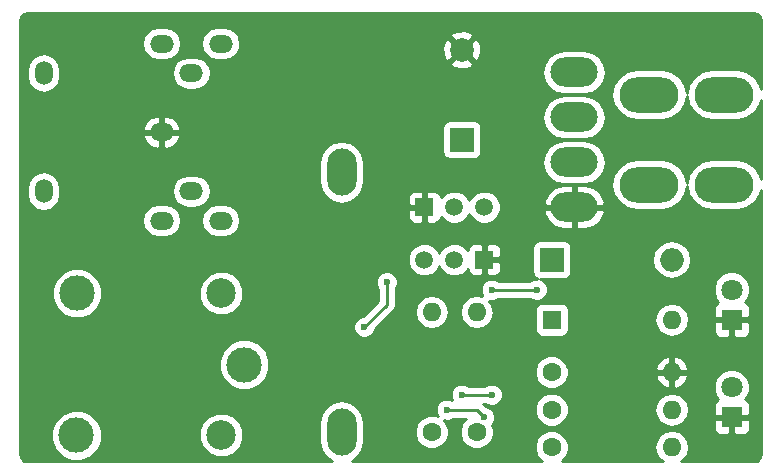
<source format=gbl>
G04 #@! TF.FileFunction,Copper,L2,Bot,Signal*
%FSLAX46Y46*%
G04 Gerber Fmt 4.6, Leading zero omitted, Abs format (unit mm)*
G04 Created by KiCad (PCBNEW 4.0.7) date 10/16/18 00:00:49*
%MOMM*%
%LPD*%
G01*
G04 APERTURE LIST*
%ADD10C,0.100000*%
%ADD11R,1.600000X1.600000*%
%ADD12O,1.600000X1.600000*%
%ADD13R,1.800000X1.800000*%
%ADD14C,1.800000*%
%ADD15O,2.500000X4.000000*%
%ADD16C,2.500000*%
%ADD17C,3.000000*%
%ADD18C,1.600000*%
%ADD19C,1.520000*%
%ADD20R,1.520000X1.520000*%
%ADD21O,2.000000X1.524000*%
%ADD22O,1.524000X2.000000*%
%ADD23R,2.000000X2.000000*%
%ADD24O,2.000000X2.000000*%
%ADD25C,2.000000*%
%ADD26O,4.000000X2.500000*%
%ADD27O,5.000000X3.000000*%
%ADD28C,0.600000*%
%ADD29C,0.250000*%
%ADD30C,0.254000*%
G04 APERTURE END LIST*
D10*
D11*
X107950000Y-93345000D03*
D12*
X118110000Y-93345000D03*
D13*
X123190000Y-101600000D03*
D14*
X123190000Y-99060000D03*
D13*
X123190000Y-93345000D03*
D14*
X123190000Y-90805000D03*
D15*
X90170000Y-80870000D03*
X90170000Y-102870000D03*
D16*
X79965000Y-91105000D03*
D17*
X67765000Y-91105000D03*
X67715000Y-103155000D03*
D16*
X79965000Y-103105000D03*
D17*
X81915000Y-97155000D03*
D18*
X97790000Y-102870000D03*
D12*
X97790000Y-92710000D03*
D18*
X107950000Y-97790000D03*
D12*
X118110000Y-97790000D03*
D18*
X101600000Y-102870000D03*
D12*
X101600000Y-92710000D03*
D18*
X107950000Y-100965000D03*
D12*
X118110000Y-100965000D03*
D18*
X107950000Y-104140000D03*
D12*
X118110000Y-104140000D03*
D19*
X99695000Y-83820000D03*
X102235000Y-83820000D03*
D20*
X97155000Y-83820000D03*
D19*
X99695000Y-88265000D03*
X97155000Y-88265000D03*
D20*
X102235000Y-88265000D03*
D21*
X77430000Y-72470000D03*
X77430000Y-82470000D03*
X74930000Y-69970000D03*
X74930000Y-84970000D03*
D22*
X64930000Y-72470000D03*
X64930000Y-82470000D03*
D21*
X74930000Y-77470000D03*
X79930000Y-84970000D03*
X79930000Y-69970000D03*
D23*
X107950000Y-88265000D03*
D24*
X118110000Y-88265000D03*
D23*
X100330000Y-78105000D03*
D25*
X100330000Y-70505000D03*
D26*
X109855000Y-72390000D03*
X109855000Y-76200000D03*
X109855000Y-80010000D03*
X109855000Y-83820000D03*
D27*
X116205000Y-74295000D03*
X116205000Y-81915000D03*
X122555000Y-74295000D03*
X122555000Y-81915000D03*
D28*
X106680000Y-90805000D03*
X102870000Y-90805000D03*
X100330000Y-99695000D03*
X102870000Y-99695000D03*
X92075000Y-93980000D03*
X93980000Y-90170000D03*
X99060000Y-100965000D03*
X102235000Y-101600000D03*
D29*
X102870000Y-90805000D02*
X106680000Y-90805000D01*
X102870000Y-99695000D02*
X100330000Y-99695000D01*
X93980000Y-92075000D02*
X93980000Y-90170000D01*
X93980000Y-92075000D02*
X92075000Y-93980000D01*
X101600000Y-100965000D02*
X102235000Y-101600000D01*
X99060000Y-100965000D02*
X101600000Y-100965000D01*
D30*
G36*
X125303979Y-67440478D02*
X125481145Y-67558856D01*
X125599521Y-67736019D01*
X125655000Y-68014931D01*
X125655000Y-73810273D01*
X125588901Y-73477971D01*
X125126091Y-72785327D01*
X124433447Y-72322517D01*
X123616418Y-72160000D01*
X121493582Y-72160000D01*
X120676553Y-72322517D01*
X119983909Y-72785327D01*
X119521099Y-73477971D01*
X119380000Y-74187324D01*
X119238901Y-73477971D01*
X118776091Y-72785327D01*
X118083447Y-72322517D01*
X117266418Y-72160000D01*
X115143582Y-72160000D01*
X114326553Y-72322517D01*
X113633909Y-72785327D01*
X113171099Y-73477971D01*
X113008582Y-74295000D01*
X113171099Y-75112029D01*
X113633909Y-75804673D01*
X114326553Y-76267483D01*
X115143582Y-76430000D01*
X117266418Y-76430000D01*
X118083447Y-76267483D01*
X118776091Y-75804673D01*
X119238901Y-75112029D01*
X119380000Y-74402676D01*
X119521099Y-75112029D01*
X119983909Y-75804673D01*
X120676553Y-76267483D01*
X121493582Y-76430000D01*
X123616418Y-76430000D01*
X124433447Y-76267483D01*
X125126091Y-75804673D01*
X125588901Y-75112029D01*
X125655000Y-74779727D01*
X125655000Y-81430273D01*
X125588901Y-81097971D01*
X125126091Y-80405327D01*
X124433447Y-79942517D01*
X123616418Y-79780000D01*
X121493582Y-79780000D01*
X120676553Y-79942517D01*
X119983909Y-80405327D01*
X119521099Y-81097971D01*
X119380000Y-81807324D01*
X119238901Y-81097971D01*
X118776091Y-80405327D01*
X118083447Y-79942517D01*
X117266418Y-79780000D01*
X115143582Y-79780000D01*
X114326553Y-79942517D01*
X113633909Y-80405327D01*
X113171099Y-81097971D01*
X113008582Y-81915000D01*
X113171099Y-82732029D01*
X113633909Y-83424673D01*
X114326553Y-83887483D01*
X115143582Y-84050000D01*
X117266418Y-84050000D01*
X118083447Y-83887483D01*
X118776091Y-83424673D01*
X119238901Y-82732029D01*
X119380000Y-82022676D01*
X119521099Y-82732029D01*
X119983909Y-83424673D01*
X120676553Y-83887483D01*
X121493582Y-84050000D01*
X123616418Y-84050000D01*
X124433447Y-83887483D01*
X125126091Y-83424673D01*
X125588901Y-82732029D01*
X125655000Y-82399727D01*
X125655000Y-104705069D01*
X125599521Y-104983981D01*
X125481145Y-105161144D01*
X125303979Y-105279522D01*
X125025070Y-105335000D01*
X118882970Y-105335000D01*
X119152811Y-105154698D01*
X119463880Y-104689151D01*
X119573113Y-104140000D01*
X119463880Y-103590849D01*
X119152811Y-103125302D01*
X118687264Y-102814233D01*
X118138113Y-102705000D01*
X118081887Y-102705000D01*
X117532736Y-102814233D01*
X117067189Y-103125302D01*
X116756120Y-103590849D01*
X116646887Y-104140000D01*
X116756120Y-104689151D01*
X117067189Y-105154698D01*
X117337030Y-105335000D01*
X108784082Y-105335000D01*
X109165824Y-104953923D01*
X109384750Y-104426691D01*
X109385248Y-103855813D01*
X109167243Y-103328200D01*
X108763923Y-102924176D01*
X108236691Y-102705250D01*
X107665813Y-102704752D01*
X107138200Y-102922757D01*
X106734176Y-103326077D01*
X106515250Y-103853309D01*
X106514752Y-104424187D01*
X106732757Y-104951800D01*
X107115289Y-105335000D01*
X91008297Y-105335000D01*
X91502896Y-105004519D01*
X91911513Y-104392981D01*
X92055000Y-103671623D01*
X92055000Y-103154187D01*
X96354752Y-103154187D01*
X96572757Y-103681800D01*
X96976077Y-104085824D01*
X97503309Y-104304750D01*
X98074187Y-104305248D01*
X98601800Y-104087243D01*
X99005824Y-103683923D01*
X99224750Y-103156691D01*
X99225248Y-102585813D01*
X99007243Y-102058200D01*
X98832134Y-101882785D01*
X98873201Y-101899838D01*
X99245167Y-101900162D01*
X99588943Y-101758117D01*
X99622118Y-101725000D01*
X100715831Y-101725000D01*
X100384176Y-102056077D01*
X100165250Y-102583309D01*
X100164752Y-103154187D01*
X100382757Y-103681800D01*
X100786077Y-104085824D01*
X101313309Y-104304750D01*
X101884187Y-104305248D01*
X102411800Y-104087243D01*
X102815824Y-103683923D01*
X103034750Y-103156691D01*
X103035248Y-102585813D01*
X102899652Y-102257645D01*
X103027192Y-102130327D01*
X103169838Y-101786799D01*
X103170162Y-101414833D01*
X103101719Y-101249187D01*
X106514752Y-101249187D01*
X106732757Y-101776800D01*
X107136077Y-102180824D01*
X107663309Y-102399750D01*
X108234187Y-102400248D01*
X108761800Y-102182243D01*
X109165824Y-101778923D01*
X109384750Y-101251691D01*
X109385000Y-100965000D01*
X116646887Y-100965000D01*
X116756120Y-101514151D01*
X117067189Y-101979698D01*
X117532736Y-102290767D01*
X118081887Y-102400000D01*
X118138113Y-102400000D01*
X118687264Y-102290767D01*
X119152811Y-101979698D01*
X119215585Y-101885750D01*
X121655000Y-101885750D01*
X121655000Y-102626309D01*
X121751673Y-102859698D01*
X121930301Y-103038327D01*
X122163690Y-103135000D01*
X122904250Y-103135000D01*
X123063000Y-102976250D01*
X123063000Y-101727000D01*
X123317000Y-101727000D01*
X123317000Y-102976250D01*
X123475750Y-103135000D01*
X124216310Y-103135000D01*
X124449699Y-103038327D01*
X124628327Y-102859698D01*
X124725000Y-102626309D01*
X124725000Y-101885750D01*
X124566250Y-101727000D01*
X123317000Y-101727000D01*
X123063000Y-101727000D01*
X121813750Y-101727000D01*
X121655000Y-101885750D01*
X119215585Y-101885750D01*
X119463880Y-101514151D01*
X119573113Y-100965000D01*
X119463880Y-100415849D01*
X119152811Y-99950302D01*
X118687264Y-99639233D01*
X118138113Y-99530000D01*
X118081887Y-99530000D01*
X117532736Y-99639233D01*
X117067189Y-99950302D01*
X116756120Y-100415849D01*
X116646887Y-100965000D01*
X109385000Y-100965000D01*
X109385248Y-100680813D01*
X109167243Y-100153200D01*
X108763923Y-99749176D01*
X108236691Y-99530250D01*
X107665813Y-99529752D01*
X107138200Y-99747757D01*
X106734176Y-100151077D01*
X106515250Y-100678309D01*
X106514752Y-101249187D01*
X103101719Y-101249187D01*
X103028117Y-101071057D01*
X102765327Y-100807808D01*
X102421799Y-100665162D01*
X102374923Y-100665121D01*
X102164802Y-100455000D01*
X102307537Y-100455000D01*
X102339673Y-100487192D01*
X102683201Y-100629838D01*
X103055167Y-100630162D01*
X103398943Y-100488117D01*
X103662192Y-100225327D01*
X103804838Y-99881799D01*
X103805162Y-99509833D01*
X103744902Y-99363991D01*
X121654735Y-99363991D01*
X121887932Y-99928371D01*
X122065092Y-100105841D01*
X121930301Y-100161673D01*
X121751673Y-100340302D01*
X121655000Y-100573691D01*
X121655000Y-101314250D01*
X121813750Y-101473000D01*
X123063000Y-101473000D01*
X123063000Y-101453000D01*
X123317000Y-101453000D01*
X123317000Y-101473000D01*
X124566250Y-101473000D01*
X124725000Y-101314250D01*
X124725000Y-100573691D01*
X124628327Y-100340302D01*
X124449699Y-100161673D01*
X124315006Y-100105881D01*
X124490551Y-99930643D01*
X124724733Y-99366670D01*
X124725265Y-98756009D01*
X124492068Y-98191629D01*
X124060643Y-97759449D01*
X123496670Y-97525267D01*
X122886009Y-97524735D01*
X122321629Y-97757932D01*
X121889449Y-98189357D01*
X121655267Y-98753330D01*
X121654735Y-99363991D01*
X103744902Y-99363991D01*
X103663117Y-99166057D01*
X103400327Y-98902808D01*
X103056799Y-98760162D01*
X102684833Y-98759838D01*
X102341057Y-98901883D01*
X102307882Y-98935000D01*
X100892463Y-98935000D01*
X100860327Y-98902808D01*
X100516799Y-98760162D01*
X100144833Y-98759838D01*
X99801057Y-98901883D01*
X99537808Y-99164673D01*
X99395162Y-99508201D01*
X99394838Y-99880167D01*
X99500310Y-100135430D01*
X99246799Y-100030162D01*
X98874833Y-100029838D01*
X98531057Y-100171883D01*
X98267808Y-100434673D01*
X98125162Y-100778201D01*
X98124838Y-101150167D01*
X98266883Y-101493943D01*
X98301463Y-101528584D01*
X98076691Y-101435250D01*
X97505813Y-101434752D01*
X96978200Y-101652757D01*
X96574176Y-102056077D01*
X96355250Y-102583309D01*
X96354752Y-103154187D01*
X92055000Y-103154187D01*
X92055000Y-102068377D01*
X91911513Y-101347019D01*
X91502896Y-100735481D01*
X90891358Y-100326864D01*
X90170000Y-100183377D01*
X89448642Y-100326864D01*
X88837104Y-100735481D01*
X88428487Y-101347019D01*
X88285000Y-102068377D01*
X88285000Y-103671623D01*
X88428487Y-104392981D01*
X88837104Y-105004519D01*
X89331703Y-105335000D01*
X63569931Y-105335000D01*
X63291019Y-105279521D01*
X63113856Y-105161145D01*
X62995478Y-104983979D01*
X62940000Y-104705070D01*
X62940000Y-103577815D01*
X65579630Y-103577815D01*
X65903980Y-104362800D01*
X66504041Y-104963909D01*
X67288459Y-105289628D01*
X68137815Y-105290370D01*
X68922800Y-104966020D01*
X69523909Y-104365959D01*
X69849628Y-103581541D01*
X69849718Y-103478305D01*
X78079674Y-103478305D01*
X78366043Y-104171372D01*
X78895839Y-104702093D01*
X79588405Y-104989672D01*
X80338305Y-104990326D01*
X81031372Y-104703957D01*
X81562093Y-104174161D01*
X81849672Y-103481595D01*
X81850326Y-102731695D01*
X81563957Y-102038628D01*
X81034161Y-101507907D01*
X80341595Y-101220328D01*
X79591695Y-101219674D01*
X78898628Y-101506043D01*
X78367907Y-102035839D01*
X78080328Y-102728405D01*
X78079674Y-103478305D01*
X69849718Y-103478305D01*
X69850370Y-102732185D01*
X69526020Y-101947200D01*
X68925959Y-101346091D01*
X68141541Y-101020372D01*
X67292185Y-101019630D01*
X66507200Y-101343980D01*
X65906091Y-101944041D01*
X65580372Y-102728459D01*
X65579630Y-103577815D01*
X62940000Y-103577815D01*
X62940000Y-97577815D01*
X79779630Y-97577815D01*
X80103980Y-98362800D01*
X80704041Y-98963909D01*
X81488459Y-99289628D01*
X82337815Y-99290370D01*
X83122800Y-98966020D01*
X83723909Y-98365959D01*
X83845063Y-98074187D01*
X106514752Y-98074187D01*
X106732757Y-98601800D01*
X107136077Y-99005824D01*
X107663309Y-99224750D01*
X108234187Y-99225248D01*
X108761800Y-99007243D01*
X109165824Y-98603923D01*
X109358860Y-98139039D01*
X116718096Y-98139039D01*
X116878959Y-98527423D01*
X117254866Y-98942389D01*
X117760959Y-99181914D01*
X117983000Y-99060629D01*
X117983000Y-97917000D01*
X118237000Y-97917000D01*
X118237000Y-99060629D01*
X118459041Y-99181914D01*
X118965134Y-98942389D01*
X119341041Y-98527423D01*
X119501904Y-98139039D01*
X119379915Y-97917000D01*
X118237000Y-97917000D01*
X117983000Y-97917000D01*
X116840085Y-97917000D01*
X116718096Y-98139039D01*
X109358860Y-98139039D01*
X109384750Y-98076691D01*
X109385248Y-97505813D01*
X109358452Y-97440961D01*
X116718096Y-97440961D01*
X116840085Y-97663000D01*
X117983000Y-97663000D01*
X117983000Y-96519371D01*
X118237000Y-96519371D01*
X118237000Y-97663000D01*
X119379915Y-97663000D01*
X119501904Y-97440961D01*
X119341041Y-97052577D01*
X118965134Y-96637611D01*
X118459041Y-96398086D01*
X118237000Y-96519371D01*
X117983000Y-96519371D01*
X117760959Y-96398086D01*
X117254866Y-96637611D01*
X116878959Y-97052577D01*
X116718096Y-97440961D01*
X109358452Y-97440961D01*
X109167243Y-96978200D01*
X108763923Y-96574176D01*
X108236691Y-96355250D01*
X107665813Y-96354752D01*
X107138200Y-96572757D01*
X106734176Y-96976077D01*
X106515250Y-97503309D01*
X106514752Y-98074187D01*
X83845063Y-98074187D01*
X84049628Y-97581541D01*
X84050370Y-96732185D01*
X83726020Y-95947200D01*
X83125959Y-95346091D01*
X82341541Y-95020372D01*
X81492185Y-95019630D01*
X80707200Y-95343980D01*
X80106091Y-95944041D01*
X79780372Y-96728459D01*
X79779630Y-97577815D01*
X62940000Y-97577815D01*
X62940000Y-94165167D01*
X91139838Y-94165167D01*
X91281883Y-94508943D01*
X91544673Y-94772192D01*
X91888201Y-94914838D01*
X92260167Y-94915162D01*
X92603943Y-94773117D01*
X92867192Y-94510327D01*
X93009838Y-94166799D01*
X93009879Y-94119923D01*
X94447915Y-92681887D01*
X96355000Y-92681887D01*
X96355000Y-92738113D01*
X96464233Y-93287264D01*
X96775302Y-93752811D01*
X97240849Y-94063880D01*
X97790000Y-94173113D01*
X98339151Y-94063880D01*
X98804698Y-93752811D01*
X99115767Y-93287264D01*
X99225000Y-92738113D01*
X99225000Y-92681887D01*
X100165000Y-92681887D01*
X100165000Y-92738113D01*
X100274233Y-93287264D01*
X100585302Y-93752811D01*
X101050849Y-94063880D01*
X101600000Y-94173113D01*
X102149151Y-94063880D01*
X102614698Y-93752811D01*
X102925767Y-93287264D01*
X103035000Y-92738113D01*
X103035000Y-92681887D01*
X103007772Y-92545000D01*
X106502560Y-92545000D01*
X106502560Y-94145000D01*
X106546838Y-94380317D01*
X106685910Y-94596441D01*
X106898110Y-94741431D01*
X107150000Y-94792440D01*
X108750000Y-94792440D01*
X108985317Y-94748162D01*
X109201441Y-94609090D01*
X109346431Y-94396890D01*
X109397440Y-94145000D01*
X109397440Y-93345000D01*
X116646887Y-93345000D01*
X116756120Y-93894151D01*
X117067189Y-94359698D01*
X117532736Y-94670767D01*
X118081887Y-94780000D01*
X118138113Y-94780000D01*
X118687264Y-94670767D01*
X119152811Y-94359698D01*
X119463880Y-93894151D01*
X119516273Y-93630750D01*
X121655000Y-93630750D01*
X121655000Y-94371309D01*
X121751673Y-94604698D01*
X121930301Y-94783327D01*
X122163690Y-94880000D01*
X122904250Y-94880000D01*
X123063000Y-94721250D01*
X123063000Y-93472000D01*
X123317000Y-93472000D01*
X123317000Y-94721250D01*
X123475750Y-94880000D01*
X124216310Y-94880000D01*
X124449699Y-94783327D01*
X124628327Y-94604698D01*
X124725000Y-94371309D01*
X124725000Y-93630750D01*
X124566250Y-93472000D01*
X123317000Y-93472000D01*
X123063000Y-93472000D01*
X121813750Y-93472000D01*
X121655000Y-93630750D01*
X119516273Y-93630750D01*
X119573113Y-93345000D01*
X119463880Y-92795849D01*
X119152811Y-92330302D01*
X118687264Y-92019233D01*
X118138113Y-91910000D01*
X118081887Y-91910000D01*
X117532736Y-92019233D01*
X117067189Y-92330302D01*
X116756120Y-92795849D01*
X116646887Y-93345000D01*
X109397440Y-93345000D01*
X109397440Y-92545000D01*
X109353162Y-92309683D01*
X109214090Y-92093559D01*
X109001890Y-91948569D01*
X108750000Y-91897560D01*
X107150000Y-91897560D01*
X106914683Y-91941838D01*
X106698559Y-92080910D01*
X106553569Y-92293110D01*
X106502560Y-92545000D01*
X103007772Y-92545000D01*
X102925767Y-92132736D01*
X102655576Y-91728367D01*
X102683201Y-91739838D01*
X103055167Y-91740162D01*
X103398943Y-91598117D01*
X103432118Y-91565000D01*
X106117537Y-91565000D01*
X106149673Y-91597192D01*
X106493201Y-91739838D01*
X106865167Y-91740162D01*
X107208943Y-91598117D01*
X107472192Y-91335327D01*
X107566175Y-91108991D01*
X121654735Y-91108991D01*
X121887932Y-91673371D01*
X122065092Y-91850841D01*
X121930301Y-91906673D01*
X121751673Y-92085302D01*
X121655000Y-92318691D01*
X121655000Y-93059250D01*
X121813750Y-93218000D01*
X123063000Y-93218000D01*
X123063000Y-93198000D01*
X123317000Y-93198000D01*
X123317000Y-93218000D01*
X124566250Y-93218000D01*
X124725000Y-93059250D01*
X124725000Y-92318691D01*
X124628327Y-92085302D01*
X124449699Y-91906673D01*
X124315006Y-91850881D01*
X124490551Y-91675643D01*
X124724733Y-91111670D01*
X124725265Y-90501009D01*
X124492068Y-89936629D01*
X124060643Y-89504449D01*
X123496670Y-89270267D01*
X122886009Y-89269735D01*
X122321629Y-89502932D01*
X121889449Y-89934357D01*
X121655267Y-90498330D01*
X121654735Y-91108991D01*
X107566175Y-91108991D01*
X107614838Y-90991799D01*
X107615162Y-90619833D01*
X107473117Y-90276057D01*
X107210327Y-90012808D01*
X106968615Y-89912440D01*
X108950000Y-89912440D01*
X109185317Y-89868162D01*
X109401441Y-89729090D01*
X109546431Y-89516890D01*
X109597440Y-89265000D01*
X109597440Y-88265000D01*
X116442968Y-88265000D01*
X116567425Y-88890687D01*
X116921848Y-89421120D01*
X117452281Y-89775543D01*
X118077968Y-89900000D01*
X118142032Y-89900000D01*
X118767719Y-89775543D01*
X119298152Y-89421120D01*
X119652575Y-88890687D01*
X119777032Y-88265000D01*
X119652575Y-87639313D01*
X119298152Y-87108880D01*
X118767719Y-86754457D01*
X118142032Y-86630000D01*
X118077968Y-86630000D01*
X117452281Y-86754457D01*
X116921848Y-87108880D01*
X116567425Y-87639313D01*
X116442968Y-88265000D01*
X109597440Y-88265000D01*
X109597440Y-87265000D01*
X109553162Y-87029683D01*
X109414090Y-86813559D01*
X109201890Y-86668569D01*
X108950000Y-86617560D01*
X106950000Y-86617560D01*
X106714683Y-86661838D01*
X106498559Y-86800910D01*
X106353569Y-87013110D01*
X106302560Y-87265000D01*
X106302560Y-89265000D01*
X106346838Y-89500317D01*
X106485910Y-89716441D01*
X106698110Y-89861431D01*
X106740682Y-89870052D01*
X106494833Y-89869838D01*
X106151057Y-90011883D01*
X106117882Y-90045000D01*
X103432463Y-90045000D01*
X103400327Y-90012808D01*
X103056799Y-89870162D01*
X102684833Y-89869838D01*
X102341057Y-90011883D01*
X102077808Y-90274673D01*
X101935162Y-90618201D01*
X101934838Y-90990167D01*
X102076883Y-91333943D01*
X102086601Y-91343678D01*
X101600000Y-91246887D01*
X101050849Y-91356120D01*
X100585302Y-91667189D01*
X100274233Y-92132736D01*
X100165000Y-92681887D01*
X99225000Y-92681887D01*
X99115767Y-92132736D01*
X98804698Y-91667189D01*
X98339151Y-91356120D01*
X97790000Y-91246887D01*
X97240849Y-91356120D01*
X96775302Y-91667189D01*
X96464233Y-92132736D01*
X96355000Y-92681887D01*
X94447915Y-92681887D01*
X94517401Y-92612401D01*
X94682148Y-92365839D01*
X94740000Y-92075000D01*
X94740000Y-90732463D01*
X94772192Y-90700327D01*
X94914838Y-90356799D01*
X94915162Y-89984833D01*
X94773117Y-89641057D01*
X94510327Y-89377808D01*
X94166799Y-89235162D01*
X93794833Y-89234838D01*
X93451057Y-89376883D01*
X93187808Y-89639673D01*
X93045162Y-89983201D01*
X93044838Y-90355167D01*
X93186883Y-90698943D01*
X93220000Y-90732118D01*
X93220000Y-91760198D01*
X91935320Y-93044878D01*
X91889833Y-93044838D01*
X91546057Y-93186883D01*
X91282808Y-93449673D01*
X91140162Y-93793201D01*
X91139838Y-94165167D01*
X62940000Y-94165167D01*
X62940000Y-91527815D01*
X65629630Y-91527815D01*
X65953980Y-92312800D01*
X66554041Y-92913909D01*
X67338459Y-93239628D01*
X68187815Y-93240370D01*
X68972800Y-92916020D01*
X69573909Y-92315959D01*
X69899628Y-91531541D01*
X69899674Y-91478305D01*
X78079674Y-91478305D01*
X78366043Y-92171372D01*
X78895839Y-92702093D01*
X79588405Y-92989672D01*
X80338305Y-92990326D01*
X81031372Y-92703957D01*
X81562093Y-92174161D01*
X81849672Y-91481595D01*
X81850326Y-90731695D01*
X81563957Y-90038628D01*
X81034161Y-89507907D01*
X80341595Y-89220328D01*
X79591695Y-89219674D01*
X78898628Y-89506043D01*
X78367907Y-90035839D01*
X78080328Y-90728405D01*
X78079674Y-91478305D01*
X69899674Y-91478305D01*
X69900370Y-90682185D01*
X69576020Y-89897200D01*
X68975959Y-89296091D01*
X68191541Y-88970372D01*
X67342185Y-88969630D01*
X66557200Y-89293980D01*
X65956091Y-89894041D01*
X65630372Y-90678459D01*
X65629630Y-91527815D01*
X62940000Y-91527815D01*
X62940000Y-88541265D01*
X95759758Y-88541265D01*
X95971687Y-89054172D01*
X96363764Y-89446934D01*
X96876300Y-89659758D01*
X97431265Y-89660242D01*
X97944172Y-89448313D01*
X98336934Y-89056236D01*
X98424954Y-88844262D01*
X98511687Y-89054172D01*
X98903764Y-89446934D01*
X99416300Y-89659758D01*
X99971265Y-89660242D01*
X100484172Y-89448313D01*
X100840000Y-89093106D01*
X100840000Y-89151309D01*
X100936673Y-89384698D01*
X101115301Y-89563327D01*
X101348690Y-89660000D01*
X101949250Y-89660000D01*
X102108000Y-89501250D01*
X102108000Y-88392000D01*
X102362000Y-88392000D01*
X102362000Y-89501250D01*
X102520750Y-89660000D01*
X103121310Y-89660000D01*
X103354699Y-89563327D01*
X103533327Y-89384698D01*
X103630000Y-89151309D01*
X103630000Y-88550750D01*
X103471250Y-88392000D01*
X102362000Y-88392000D01*
X102108000Y-88392000D01*
X102088000Y-88392000D01*
X102088000Y-88138000D01*
X102108000Y-88138000D01*
X102108000Y-87028750D01*
X102362000Y-87028750D01*
X102362000Y-88138000D01*
X103471250Y-88138000D01*
X103630000Y-87979250D01*
X103630000Y-87378691D01*
X103533327Y-87145302D01*
X103354699Y-86966673D01*
X103121310Y-86870000D01*
X102520750Y-86870000D01*
X102362000Y-87028750D01*
X102108000Y-87028750D01*
X101949250Y-86870000D01*
X101348690Y-86870000D01*
X101115301Y-86966673D01*
X100936673Y-87145302D01*
X100840000Y-87378691D01*
X100840000Y-87437448D01*
X100486236Y-87083066D01*
X99973700Y-86870242D01*
X99418735Y-86869758D01*
X98905828Y-87081687D01*
X98513066Y-87473764D01*
X98425046Y-87685738D01*
X98338313Y-87475828D01*
X97946236Y-87083066D01*
X97433700Y-86870242D01*
X96878735Y-86869758D01*
X96365828Y-87081687D01*
X95973066Y-87473764D01*
X95760242Y-87986300D01*
X95759758Y-88541265D01*
X62940000Y-88541265D01*
X62940000Y-84970000D01*
X73262968Y-84970000D01*
X73369308Y-85504609D01*
X73672140Y-85957828D01*
X74125359Y-86260660D01*
X74659968Y-86367000D01*
X75200032Y-86367000D01*
X75734641Y-86260660D01*
X76187860Y-85957828D01*
X76490692Y-85504609D01*
X76597032Y-84970000D01*
X78262968Y-84970000D01*
X78369308Y-85504609D01*
X78672140Y-85957828D01*
X79125359Y-86260660D01*
X79659968Y-86367000D01*
X80200032Y-86367000D01*
X80734641Y-86260660D01*
X81187860Y-85957828D01*
X81490692Y-85504609D01*
X81597032Y-84970000D01*
X81490692Y-84435391D01*
X81270433Y-84105750D01*
X95760000Y-84105750D01*
X95760000Y-84706309D01*
X95856673Y-84939698D01*
X96035301Y-85118327D01*
X96268690Y-85215000D01*
X96869250Y-85215000D01*
X97028000Y-85056250D01*
X97028000Y-83947000D01*
X95918750Y-83947000D01*
X95760000Y-84105750D01*
X81270433Y-84105750D01*
X81187860Y-83982172D01*
X80734641Y-83679340D01*
X80200032Y-83573000D01*
X79659968Y-83573000D01*
X79125359Y-83679340D01*
X78672140Y-83982172D01*
X78369308Y-84435391D01*
X78262968Y-84970000D01*
X76597032Y-84970000D01*
X76490692Y-84435391D01*
X76187860Y-83982172D01*
X75734641Y-83679340D01*
X75200032Y-83573000D01*
X74659968Y-83573000D01*
X74125359Y-83679340D01*
X73672140Y-83982172D01*
X73369308Y-84435391D01*
X73262968Y-84970000D01*
X62940000Y-84970000D01*
X62940000Y-82199968D01*
X63533000Y-82199968D01*
X63533000Y-82740032D01*
X63639340Y-83274641D01*
X63942172Y-83727860D01*
X64395391Y-84030692D01*
X64930000Y-84137032D01*
X65464609Y-84030692D01*
X65917828Y-83727860D01*
X66220660Y-83274641D01*
X66327000Y-82740032D01*
X66327000Y-82470000D01*
X75762968Y-82470000D01*
X75869308Y-83004609D01*
X76172140Y-83457828D01*
X76625359Y-83760660D01*
X77159968Y-83867000D01*
X77700032Y-83867000D01*
X78234641Y-83760660D01*
X78687860Y-83457828D01*
X78990692Y-83004609D01*
X79097032Y-82470000D01*
X78990692Y-81935391D01*
X78687860Y-81482172D01*
X78234641Y-81179340D01*
X77700032Y-81073000D01*
X77159968Y-81073000D01*
X76625359Y-81179340D01*
X76172140Y-81482172D01*
X75869308Y-81935391D01*
X75762968Y-82470000D01*
X66327000Y-82470000D01*
X66327000Y-82199968D01*
X66220660Y-81665359D01*
X65917828Y-81212140D01*
X65464609Y-80909308D01*
X64930000Y-80802968D01*
X64395391Y-80909308D01*
X63942172Y-81212140D01*
X63639340Y-81665359D01*
X63533000Y-82199968D01*
X62940000Y-82199968D01*
X62940000Y-80068377D01*
X88285000Y-80068377D01*
X88285000Y-81671623D01*
X88428487Y-82392981D01*
X88837104Y-83004519D01*
X89448642Y-83413136D01*
X90170000Y-83556623D01*
X90891358Y-83413136D01*
X91502896Y-83004519D01*
X91550221Y-82933691D01*
X95760000Y-82933691D01*
X95760000Y-83534250D01*
X95918750Y-83693000D01*
X97028000Y-83693000D01*
X97028000Y-82583750D01*
X97282000Y-82583750D01*
X97282000Y-83693000D01*
X97302000Y-83693000D01*
X97302000Y-83947000D01*
X97282000Y-83947000D01*
X97282000Y-85056250D01*
X97440750Y-85215000D01*
X98041310Y-85215000D01*
X98274699Y-85118327D01*
X98453327Y-84939698D01*
X98550000Y-84706309D01*
X98550000Y-84647552D01*
X98903764Y-85001934D01*
X99416300Y-85214758D01*
X99971265Y-85215242D01*
X100484172Y-85003313D01*
X100876934Y-84611236D01*
X100964954Y-84399262D01*
X101051687Y-84609172D01*
X101443764Y-85001934D01*
X101956300Y-85214758D01*
X102511265Y-85215242D01*
X103024172Y-85003313D01*
X103416934Y-84611236D01*
X103571232Y-84239645D01*
X107267305Y-84239645D01*
X107314886Y-84424026D01*
X107682301Y-85063094D01*
X108266309Y-85512912D01*
X108978000Y-85705000D01*
X109728000Y-85705000D01*
X109728000Y-83947000D01*
X109982000Y-83947000D01*
X109982000Y-85705000D01*
X110732000Y-85705000D01*
X111443691Y-85512912D01*
X112027699Y-85063094D01*
X112395114Y-84424026D01*
X112442695Y-84239645D01*
X112326572Y-83947000D01*
X109982000Y-83947000D01*
X109728000Y-83947000D01*
X107383428Y-83947000D01*
X107267305Y-84239645D01*
X103571232Y-84239645D01*
X103629758Y-84098700D01*
X103630242Y-83543735D01*
X103570999Y-83400355D01*
X107267305Y-83400355D01*
X107383428Y-83693000D01*
X109728000Y-83693000D01*
X109728000Y-81935000D01*
X109982000Y-81935000D01*
X109982000Y-83693000D01*
X112326572Y-83693000D01*
X112442695Y-83400355D01*
X112395114Y-83215974D01*
X112027699Y-82576906D01*
X111443691Y-82127088D01*
X110732000Y-81935000D01*
X109982000Y-81935000D01*
X109728000Y-81935000D01*
X108978000Y-81935000D01*
X108266309Y-82127088D01*
X107682301Y-82576906D01*
X107314886Y-83215974D01*
X107267305Y-83400355D01*
X103570999Y-83400355D01*
X103418313Y-83030828D01*
X103026236Y-82638066D01*
X102513700Y-82425242D01*
X101958735Y-82424758D01*
X101445828Y-82636687D01*
X101053066Y-83028764D01*
X100965046Y-83240738D01*
X100878313Y-83030828D01*
X100486236Y-82638066D01*
X99973700Y-82425242D01*
X99418735Y-82424758D01*
X98905828Y-82636687D01*
X98550000Y-82991894D01*
X98550000Y-82933691D01*
X98453327Y-82700302D01*
X98274699Y-82521673D01*
X98041310Y-82425000D01*
X97440750Y-82425000D01*
X97282000Y-82583750D01*
X97028000Y-82583750D01*
X96869250Y-82425000D01*
X96268690Y-82425000D01*
X96035301Y-82521673D01*
X95856673Y-82700302D01*
X95760000Y-82933691D01*
X91550221Y-82933691D01*
X91911513Y-82392981D01*
X92055000Y-81671623D01*
X92055000Y-80068377D01*
X92043389Y-80010000D01*
X107168377Y-80010000D01*
X107311864Y-80731358D01*
X107720481Y-81342896D01*
X108332019Y-81751513D01*
X109053377Y-81895000D01*
X110656623Y-81895000D01*
X111377981Y-81751513D01*
X111989519Y-81342896D01*
X112398136Y-80731358D01*
X112541623Y-80010000D01*
X112398136Y-79288642D01*
X111989519Y-78677104D01*
X111377981Y-78268487D01*
X110656623Y-78125000D01*
X109053377Y-78125000D01*
X108332019Y-78268487D01*
X107720481Y-78677104D01*
X107311864Y-79288642D01*
X107168377Y-80010000D01*
X92043389Y-80010000D01*
X91911513Y-79347019D01*
X91502896Y-78735481D01*
X90891358Y-78326864D01*
X90170000Y-78183377D01*
X89448642Y-78326864D01*
X88837104Y-78735481D01*
X88428487Y-79347019D01*
X88285000Y-80068377D01*
X62940000Y-80068377D01*
X62940000Y-77813070D01*
X73337780Y-77813070D01*
X73354623Y-77905230D01*
X73622980Y-78383892D01*
X74054086Y-78723422D01*
X74582308Y-78872130D01*
X74803000Y-78713277D01*
X74803000Y-77597000D01*
X75057000Y-77597000D01*
X75057000Y-78713277D01*
X75277692Y-78872130D01*
X75805914Y-78723422D01*
X76237020Y-78383892D01*
X76505377Y-77905230D01*
X76522220Y-77813070D01*
X76399720Y-77597000D01*
X75057000Y-77597000D01*
X74803000Y-77597000D01*
X73460280Y-77597000D01*
X73337780Y-77813070D01*
X62940000Y-77813070D01*
X62940000Y-77126930D01*
X73337780Y-77126930D01*
X73460280Y-77343000D01*
X74803000Y-77343000D01*
X74803000Y-76226723D01*
X75057000Y-76226723D01*
X75057000Y-77343000D01*
X76399720Y-77343000D01*
X76522220Y-77126930D01*
X76518213Y-77105000D01*
X98682560Y-77105000D01*
X98682560Y-79105000D01*
X98726838Y-79340317D01*
X98865910Y-79556441D01*
X99078110Y-79701431D01*
X99330000Y-79752440D01*
X101330000Y-79752440D01*
X101565317Y-79708162D01*
X101781441Y-79569090D01*
X101926431Y-79356890D01*
X101977440Y-79105000D01*
X101977440Y-77105000D01*
X101933162Y-76869683D01*
X101794090Y-76653559D01*
X101581890Y-76508569D01*
X101330000Y-76457560D01*
X99330000Y-76457560D01*
X99094683Y-76501838D01*
X98878559Y-76640910D01*
X98733569Y-76853110D01*
X98682560Y-77105000D01*
X76518213Y-77105000D01*
X76505377Y-77034770D01*
X76237020Y-76556108D01*
X75805914Y-76216578D01*
X75747028Y-76200000D01*
X107168377Y-76200000D01*
X107311864Y-76921358D01*
X107720481Y-77532896D01*
X108332019Y-77941513D01*
X109053377Y-78085000D01*
X110656623Y-78085000D01*
X111377981Y-77941513D01*
X111989519Y-77532896D01*
X112398136Y-76921358D01*
X112541623Y-76200000D01*
X112398136Y-75478642D01*
X111989519Y-74867104D01*
X111377981Y-74458487D01*
X110656623Y-74315000D01*
X109053377Y-74315000D01*
X108332019Y-74458487D01*
X107720481Y-74867104D01*
X107311864Y-75478642D01*
X107168377Y-76200000D01*
X75747028Y-76200000D01*
X75277692Y-76067870D01*
X75057000Y-76226723D01*
X74803000Y-76226723D01*
X74582308Y-76067870D01*
X74054086Y-76216578D01*
X73622980Y-76556108D01*
X73354623Y-77034770D01*
X73337780Y-77126930D01*
X62940000Y-77126930D01*
X62940000Y-72199968D01*
X63533000Y-72199968D01*
X63533000Y-72740032D01*
X63639340Y-73274641D01*
X63942172Y-73727860D01*
X64395391Y-74030692D01*
X64930000Y-74137032D01*
X65464609Y-74030692D01*
X65917828Y-73727860D01*
X66220660Y-73274641D01*
X66327000Y-72740032D01*
X66327000Y-72470000D01*
X75762968Y-72470000D01*
X75869308Y-73004609D01*
X76172140Y-73457828D01*
X76625359Y-73760660D01*
X77159968Y-73867000D01*
X77700032Y-73867000D01*
X78234641Y-73760660D01*
X78687860Y-73457828D01*
X78990692Y-73004609D01*
X79097032Y-72470000D01*
X79081120Y-72390000D01*
X107168377Y-72390000D01*
X107311864Y-73111358D01*
X107720481Y-73722896D01*
X108332019Y-74131513D01*
X109053377Y-74275000D01*
X110656623Y-74275000D01*
X111377981Y-74131513D01*
X111989519Y-73722896D01*
X112398136Y-73111358D01*
X112541623Y-72390000D01*
X112398136Y-71668642D01*
X111989519Y-71057104D01*
X111377981Y-70648487D01*
X110656623Y-70505000D01*
X109053377Y-70505000D01*
X108332019Y-70648487D01*
X107720481Y-71057104D01*
X107311864Y-71668642D01*
X107168377Y-72390000D01*
X79081120Y-72390000D01*
X78990692Y-71935391D01*
X78805033Y-71657532D01*
X99357073Y-71657532D01*
X99455736Y-71924387D01*
X100065461Y-72150908D01*
X100715460Y-72126856D01*
X101204264Y-71924387D01*
X101302927Y-71657532D01*
X100330000Y-70684605D01*
X99357073Y-71657532D01*
X78805033Y-71657532D01*
X78687860Y-71482172D01*
X78234641Y-71179340D01*
X77700032Y-71073000D01*
X77159968Y-71073000D01*
X76625359Y-71179340D01*
X76172140Y-71482172D01*
X75869308Y-71935391D01*
X75762968Y-72470000D01*
X66327000Y-72470000D01*
X66327000Y-72199968D01*
X66220660Y-71665359D01*
X65917828Y-71212140D01*
X65464609Y-70909308D01*
X64930000Y-70802968D01*
X64395391Y-70909308D01*
X63942172Y-71212140D01*
X63639340Y-71665359D01*
X63533000Y-72199968D01*
X62940000Y-72199968D01*
X62940000Y-69970000D01*
X73262968Y-69970000D01*
X73369308Y-70504609D01*
X73672140Y-70957828D01*
X74125359Y-71260660D01*
X74659968Y-71367000D01*
X75200032Y-71367000D01*
X75734641Y-71260660D01*
X76187860Y-70957828D01*
X76490692Y-70504609D01*
X76597032Y-69970000D01*
X78262968Y-69970000D01*
X78369308Y-70504609D01*
X78672140Y-70957828D01*
X79125359Y-71260660D01*
X79659968Y-71367000D01*
X80200032Y-71367000D01*
X80734641Y-71260660D01*
X81187860Y-70957828D01*
X81490692Y-70504609D01*
X81543234Y-70240461D01*
X98684092Y-70240461D01*
X98708144Y-70890460D01*
X98910613Y-71379264D01*
X99177468Y-71477927D01*
X100150395Y-70505000D01*
X100509605Y-70505000D01*
X101482532Y-71477927D01*
X101749387Y-71379264D01*
X101975908Y-70769539D01*
X101951856Y-70119540D01*
X101749387Y-69630736D01*
X101482532Y-69532073D01*
X100509605Y-70505000D01*
X100150395Y-70505000D01*
X99177468Y-69532073D01*
X98910613Y-69630736D01*
X98684092Y-70240461D01*
X81543234Y-70240461D01*
X81597032Y-69970000D01*
X81490692Y-69435391D01*
X81435285Y-69352468D01*
X99357073Y-69352468D01*
X100330000Y-70325395D01*
X101302927Y-69352468D01*
X101204264Y-69085613D01*
X100594539Y-68859092D01*
X99944540Y-68883144D01*
X99455736Y-69085613D01*
X99357073Y-69352468D01*
X81435285Y-69352468D01*
X81187860Y-68982172D01*
X80734641Y-68679340D01*
X80200032Y-68573000D01*
X79659968Y-68573000D01*
X79125359Y-68679340D01*
X78672140Y-68982172D01*
X78369308Y-69435391D01*
X78262968Y-69970000D01*
X76597032Y-69970000D01*
X76490692Y-69435391D01*
X76187860Y-68982172D01*
X75734641Y-68679340D01*
X75200032Y-68573000D01*
X74659968Y-68573000D01*
X74125359Y-68679340D01*
X73672140Y-68982172D01*
X73369308Y-69435391D01*
X73262968Y-69970000D01*
X62940000Y-69970000D01*
X62940000Y-68014930D01*
X62995478Y-67736021D01*
X63113856Y-67558855D01*
X63291019Y-67440479D01*
X63569931Y-67385000D01*
X125025070Y-67385000D01*
X125303979Y-67440478D01*
X125303979Y-67440478D01*
G37*
X125303979Y-67440478D02*
X125481145Y-67558856D01*
X125599521Y-67736019D01*
X125655000Y-68014931D01*
X125655000Y-73810273D01*
X125588901Y-73477971D01*
X125126091Y-72785327D01*
X124433447Y-72322517D01*
X123616418Y-72160000D01*
X121493582Y-72160000D01*
X120676553Y-72322517D01*
X119983909Y-72785327D01*
X119521099Y-73477971D01*
X119380000Y-74187324D01*
X119238901Y-73477971D01*
X118776091Y-72785327D01*
X118083447Y-72322517D01*
X117266418Y-72160000D01*
X115143582Y-72160000D01*
X114326553Y-72322517D01*
X113633909Y-72785327D01*
X113171099Y-73477971D01*
X113008582Y-74295000D01*
X113171099Y-75112029D01*
X113633909Y-75804673D01*
X114326553Y-76267483D01*
X115143582Y-76430000D01*
X117266418Y-76430000D01*
X118083447Y-76267483D01*
X118776091Y-75804673D01*
X119238901Y-75112029D01*
X119380000Y-74402676D01*
X119521099Y-75112029D01*
X119983909Y-75804673D01*
X120676553Y-76267483D01*
X121493582Y-76430000D01*
X123616418Y-76430000D01*
X124433447Y-76267483D01*
X125126091Y-75804673D01*
X125588901Y-75112029D01*
X125655000Y-74779727D01*
X125655000Y-81430273D01*
X125588901Y-81097971D01*
X125126091Y-80405327D01*
X124433447Y-79942517D01*
X123616418Y-79780000D01*
X121493582Y-79780000D01*
X120676553Y-79942517D01*
X119983909Y-80405327D01*
X119521099Y-81097971D01*
X119380000Y-81807324D01*
X119238901Y-81097971D01*
X118776091Y-80405327D01*
X118083447Y-79942517D01*
X117266418Y-79780000D01*
X115143582Y-79780000D01*
X114326553Y-79942517D01*
X113633909Y-80405327D01*
X113171099Y-81097971D01*
X113008582Y-81915000D01*
X113171099Y-82732029D01*
X113633909Y-83424673D01*
X114326553Y-83887483D01*
X115143582Y-84050000D01*
X117266418Y-84050000D01*
X118083447Y-83887483D01*
X118776091Y-83424673D01*
X119238901Y-82732029D01*
X119380000Y-82022676D01*
X119521099Y-82732029D01*
X119983909Y-83424673D01*
X120676553Y-83887483D01*
X121493582Y-84050000D01*
X123616418Y-84050000D01*
X124433447Y-83887483D01*
X125126091Y-83424673D01*
X125588901Y-82732029D01*
X125655000Y-82399727D01*
X125655000Y-104705069D01*
X125599521Y-104983981D01*
X125481145Y-105161144D01*
X125303979Y-105279522D01*
X125025070Y-105335000D01*
X118882970Y-105335000D01*
X119152811Y-105154698D01*
X119463880Y-104689151D01*
X119573113Y-104140000D01*
X119463880Y-103590849D01*
X119152811Y-103125302D01*
X118687264Y-102814233D01*
X118138113Y-102705000D01*
X118081887Y-102705000D01*
X117532736Y-102814233D01*
X117067189Y-103125302D01*
X116756120Y-103590849D01*
X116646887Y-104140000D01*
X116756120Y-104689151D01*
X117067189Y-105154698D01*
X117337030Y-105335000D01*
X108784082Y-105335000D01*
X109165824Y-104953923D01*
X109384750Y-104426691D01*
X109385248Y-103855813D01*
X109167243Y-103328200D01*
X108763923Y-102924176D01*
X108236691Y-102705250D01*
X107665813Y-102704752D01*
X107138200Y-102922757D01*
X106734176Y-103326077D01*
X106515250Y-103853309D01*
X106514752Y-104424187D01*
X106732757Y-104951800D01*
X107115289Y-105335000D01*
X91008297Y-105335000D01*
X91502896Y-105004519D01*
X91911513Y-104392981D01*
X92055000Y-103671623D01*
X92055000Y-103154187D01*
X96354752Y-103154187D01*
X96572757Y-103681800D01*
X96976077Y-104085824D01*
X97503309Y-104304750D01*
X98074187Y-104305248D01*
X98601800Y-104087243D01*
X99005824Y-103683923D01*
X99224750Y-103156691D01*
X99225248Y-102585813D01*
X99007243Y-102058200D01*
X98832134Y-101882785D01*
X98873201Y-101899838D01*
X99245167Y-101900162D01*
X99588943Y-101758117D01*
X99622118Y-101725000D01*
X100715831Y-101725000D01*
X100384176Y-102056077D01*
X100165250Y-102583309D01*
X100164752Y-103154187D01*
X100382757Y-103681800D01*
X100786077Y-104085824D01*
X101313309Y-104304750D01*
X101884187Y-104305248D01*
X102411800Y-104087243D01*
X102815824Y-103683923D01*
X103034750Y-103156691D01*
X103035248Y-102585813D01*
X102899652Y-102257645D01*
X103027192Y-102130327D01*
X103169838Y-101786799D01*
X103170162Y-101414833D01*
X103101719Y-101249187D01*
X106514752Y-101249187D01*
X106732757Y-101776800D01*
X107136077Y-102180824D01*
X107663309Y-102399750D01*
X108234187Y-102400248D01*
X108761800Y-102182243D01*
X109165824Y-101778923D01*
X109384750Y-101251691D01*
X109385000Y-100965000D01*
X116646887Y-100965000D01*
X116756120Y-101514151D01*
X117067189Y-101979698D01*
X117532736Y-102290767D01*
X118081887Y-102400000D01*
X118138113Y-102400000D01*
X118687264Y-102290767D01*
X119152811Y-101979698D01*
X119215585Y-101885750D01*
X121655000Y-101885750D01*
X121655000Y-102626309D01*
X121751673Y-102859698D01*
X121930301Y-103038327D01*
X122163690Y-103135000D01*
X122904250Y-103135000D01*
X123063000Y-102976250D01*
X123063000Y-101727000D01*
X123317000Y-101727000D01*
X123317000Y-102976250D01*
X123475750Y-103135000D01*
X124216310Y-103135000D01*
X124449699Y-103038327D01*
X124628327Y-102859698D01*
X124725000Y-102626309D01*
X124725000Y-101885750D01*
X124566250Y-101727000D01*
X123317000Y-101727000D01*
X123063000Y-101727000D01*
X121813750Y-101727000D01*
X121655000Y-101885750D01*
X119215585Y-101885750D01*
X119463880Y-101514151D01*
X119573113Y-100965000D01*
X119463880Y-100415849D01*
X119152811Y-99950302D01*
X118687264Y-99639233D01*
X118138113Y-99530000D01*
X118081887Y-99530000D01*
X117532736Y-99639233D01*
X117067189Y-99950302D01*
X116756120Y-100415849D01*
X116646887Y-100965000D01*
X109385000Y-100965000D01*
X109385248Y-100680813D01*
X109167243Y-100153200D01*
X108763923Y-99749176D01*
X108236691Y-99530250D01*
X107665813Y-99529752D01*
X107138200Y-99747757D01*
X106734176Y-100151077D01*
X106515250Y-100678309D01*
X106514752Y-101249187D01*
X103101719Y-101249187D01*
X103028117Y-101071057D01*
X102765327Y-100807808D01*
X102421799Y-100665162D01*
X102374923Y-100665121D01*
X102164802Y-100455000D01*
X102307537Y-100455000D01*
X102339673Y-100487192D01*
X102683201Y-100629838D01*
X103055167Y-100630162D01*
X103398943Y-100488117D01*
X103662192Y-100225327D01*
X103804838Y-99881799D01*
X103805162Y-99509833D01*
X103744902Y-99363991D01*
X121654735Y-99363991D01*
X121887932Y-99928371D01*
X122065092Y-100105841D01*
X121930301Y-100161673D01*
X121751673Y-100340302D01*
X121655000Y-100573691D01*
X121655000Y-101314250D01*
X121813750Y-101473000D01*
X123063000Y-101473000D01*
X123063000Y-101453000D01*
X123317000Y-101453000D01*
X123317000Y-101473000D01*
X124566250Y-101473000D01*
X124725000Y-101314250D01*
X124725000Y-100573691D01*
X124628327Y-100340302D01*
X124449699Y-100161673D01*
X124315006Y-100105881D01*
X124490551Y-99930643D01*
X124724733Y-99366670D01*
X124725265Y-98756009D01*
X124492068Y-98191629D01*
X124060643Y-97759449D01*
X123496670Y-97525267D01*
X122886009Y-97524735D01*
X122321629Y-97757932D01*
X121889449Y-98189357D01*
X121655267Y-98753330D01*
X121654735Y-99363991D01*
X103744902Y-99363991D01*
X103663117Y-99166057D01*
X103400327Y-98902808D01*
X103056799Y-98760162D01*
X102684833Y-98759838D01*
X102341057Y-98901883D01*
X102307882Y-98935000D01*
X100892463Y-98935000D01*
X100860327Y-98902808D01*
X100516799Y-98760162D01*
X100144833Y-98759838D01*
X99801057Y-98901883D01*
X99537808Y-99164673D01*
X99395162Y-99508201D01*
X99394838Y-99880167D01*
X99500310Y-100135430D01*
X99246799Y-100030162D01*
X98874833Y-100029838D01*
X98531057Y-100171883D01*
X98267808Y-100434673D01*
X98125162Y-100778201D01*
X98124838Y-101150167D01*
X98266883Y-101493943D01*
X98301463Y-101528584D01*
X98076691Y-101435250D01*
X97505813Y-101434752D01*
X96978200Y-101652757D01*
X96574176Y-102056077D01*
X96355250Y-102583309D01*
X96354752Y-103154187D01*
X92055000Y-103154187D01*
X92055000Y-102068377D01*
X91911513Y-101347019D01*
X91502896Y-100735481D01*
X90891358Y-100326864D01*
X90170000Y-100183377D01*
X89448642Y-100326864D01*
X88837104Y-100735481D01*
X88428487Y-101347019D01*
X88285000Y-102068377D01*
X88285000Y-103671623D01*
X88428487Y-104392981D01*
X88837104Y-105004519D01*
X89331703Y-105335000D01*
X63569931Y-105335000D01*
X63291019Y-105279521D01*
X63113856Y-105161145D01*
X62995478Y-104983979D01*
X62940000Y-104705070D01*
X62940000Y-103577815D01*
X65579630Y-103577815D01*
X65903980Y-104362800D01*
X66504041Y-104963909D01*
X67288459Y-105289628D01*
X68137815Y-105290370D01*
X68922800Y-104966020D01*
X69523909Y-104365959D01*
X69849628Y-103581541D01*
X69849718Y-103478305D01*
X78079674Y-103478305D01*
X78366043Y-104171372D01*
X78895839Y-104702093D01*
X79588405Y-104989672D01*
X80338305Y-104990326D01*
X81031372Y-104703957D01*
X81562093Y-104174161D01*
X81849672Y-103481595D01*
X81850326Y-102731695D01*
X81563957Y-102038628D01*
X81034161Y-101507907D01*
X80341595Y-101220328D01*
X79591695Y-101219674D01*
X78898628Y-101506043D01*
X78367907Y-102035839D01*
X78080328Y-102728405D01*
X78079674Y-103478305D01*
X69849718Y-103478305D01*
X69850370Y-102732185D01*
X69526020Y-101947200D01*
X68925959Y-101346091D01*
X68141541Y-101020372D01*
X67292185Y-101019630D01*
X66507200Y-101343980D01*
X65906091Y-101944041D01*
X65580372Y-102728459D01*
X65579630Y-103577815D01*
X62940000Y-103577815D01*
X62940000Y-97577815D01*
X79779630Y-97577815D01*
X80103980Y-98362800D01*
X80704041Y-98963909D01*
X81488459Y-99289628D01*
X82337815Y-99290370D01*
X83122800Y-98966020D01*
X83723909Y-98365959D01*
X83845063Y-98074187D01*
X106514752Y-98074187D01*
X106732757Y-98601800D01*
X107136077Y-99005824D01*
X107663309Y-99224750D01*
X108234187Y-99225248D01*
X108761800Y-99007243D01*
X109165824Y-98603923D01*
X109358860Y-98139039D01*
X116718096Y-98139039D01*
X116878959Y-98527423D01*
X117254866Y-98942389D01*
X117760959Y-99181914D01*
X117983000Y-99060629D01*
X117983000Y-97917000D01*
X118237000Y-97917000D01*
X118237000Y-99060629D01*
X118459041Y-99181914D01*
X118965134Y-98942389D01*
X119341041Y-98527423D01*
X119501904Y-98139039D01*
X119379915Y-97917000D01*
X118237000Y-97917000D01*
X117983000Y-97917000D01*
X116840085Y-97917000D01*
X116718096Y-98139039D01*
X109358860Y-98139039D01*
X109384750Y-98076691D01*
X109385248Y-97505813D01*
X109358452Y-97440961D01*
X116718096Y-97440961D01*
X116840085Y-97663000D01*
X117983000Y-97663000D01*
X117983000Y-96519371D01*
X118237000Y-96519371D01*
X118237000Y-97663000D01*
X119379915Y-97663000D01*
X119501904Y-97440961D01*
X119341041Y-97052577D01*
X118965134Y-96637611D01*
X118459041Y-96398086D01*
X118237000Y-96519371D01*
X117983000Y-96519371D01*
X117760959Y-96398086D01*
X117254866Y-96637611D01*
X116878959Y-97052577D01*
X116718096Y-97440961D01*
X109358452Y-97440961D01*
X109167243Y-96978200D01*
X108763923Y-96574176D01*
X108236691Y-96355250D01*
X107665813Y-96354752D01*
X107138200Y-96572757D01*
X106734176Y-96976077D01*
X106515250Y-97503309D01*
X106514752Y-98074187D01*
X83845063Y-98074187D01*
X84049628Y-97581541D01*
X84050370Y-96732185D01*
X83726020Y-95947200D01*
X83125959Y-95346091D01*
X82341541Y-95020372D01*
X81492185Y-95019630D01*
X80707200Y-95343980D01*
X80106091Y-95944041D01*
X79780372Y-96728459D01*
X79779630Y-97577815D01*
X62940000Y-97577815D01*
X62940000Y-94165167D01*
X91139838Y-94165167D01*
X91281883Y-94508943D01*
X91544673Y-94772192D01*
X91888201Y-94914838D01*
X92260167Y-94915162D01*
X92603943Y-94773117D01*
X92867192Y-94510327D01*
X93009838Y-94166799D01*
X93009879Y-94119923D01*
X94447915Y-92681887D01*
X96355000Y-92681887D01*
X96355000Y-92738113D01*
X96464233Y-93287264D01*
X96775302Y-93752811D01*
X97240849Y-94063880D01*
X97790000Y-94173113D01*
X98339151Y-94063880D01*
X98804698Y-93752811D01*
X99115767Y-93287264D01*
X99225000Y-92738113D01*
X99225000Y-92681887D01*
X100165000Y-92681887D01*
X100165000Y-92738113D01*
X100274233Y-93287264D01*
X100585302Y-93752811D01*
X101050849Y-94063880D01*
X101600000Y-94173113D01*
X102149151Y-94063880D01*
X102614698Y-93752811D01*
X102925767Y-93287264D01*
X103035000Y-92738113D01*
X103035000Y-92681887D01*
X103007772Y-92545000D01*
X106502560Y-92545000D01*
X106502560Y-94145000D01*
X106546838Y-94380317D01*
X106685910Y-94596441D01*
X106898110Y-94741431D01*
X107150000Y-94792440D01*
X108750000Y-94792440D01*
X108985317Y-94748162D01*
X109201441Y-94609090D01*
X109346431Y-94396890D01*
X109397440Y-94145000D01*
X109397440Y-93345000D01*
X116646887Y-93345000D01*
X116756120Y-93894151D01*
X117067189Y-94359698D01*
X117532736Y-94670767D01*
X118081887Y-94780000D01*
X118138113Y-94780000D01*
X118687264Y-94670767D01*
X119152811Y-94359698D01*
X119463880Y-93894151D01*
X119516273Y-93630750D01*
X121655000Y-93630750D01*
X121655000Y-94371309D01*
X121751673Y-94604698D01*
X121930301Y-94783327D01*
X122163690Y-94880000D01*
X122904250Y-94880000D01*
X123063000Y-94721250D01*
X123063000Y-93472000D01*
X123317000Y-93472000D01*
X123317000Y-94721250D01*
X123475750Y-94880000D01*
X124216310Y-94880000D01*
X124449699Y-94783327D01*
X124628327Y-94604698D01*
X124725000Y-94371309D01*
X124725000Y-93630750D01*
X124566250Y-93472000D01*
X123317000Y-93472000D01*
X123063000Y-93472000D01*
X121813750Y-93472000D01*
X121655000Y-93630750D01*
X119516273Y-93630750D01*
X119573113Y-93345000D01*
X119463880Y-92795849D01*
X119152811Y-92330302D01*
X118687264Y-92019233D01*
X118138113Y-91910000D01*
X118081887Y-91910000D01*
X117532736Y-92019233D01*
X117067189Y-92330302D01*
X116756120Y-92795849D01*
X116646887Y-93345000D01*
X109397440Y-93345000D01*
X109397440Y-92545000D01*
X109353162Y-92309683D01*
X109214090Y-92093559D01*
X109001890Y-91948569D01*
X108750000Y-91897560D01*
X107150000Y-91897560D01*
X106914683Y-91941838D01*
X106698559Y-92080910D01*
X106553569Y-92293110D01*
X106502560Y-92545000D01*
X103007772Y-92545000D01*
X102925767Y-92132736D01*
X102655576Y-91728367D01*
X102683201Y-91739838D01*
X103055167Y-91740162D01*
X103398943Y-91598117D01*
X103432118Y-91565000D01*
X106117537Y-91565000D01*
X106149673Y-91597192D01*
X106493201Y-91739838D01*
X106865167Y-91740162D01*
X107208943Y-91598117D01*
X107472192Y-91335327D01*
X107566175Y-91108991D01*
X121654735Y-91108991D01*
X121887932Y-91673371D01*
X122065092Y-91850841D01*
X121930301Y-91906673D01*
X121751673Y-92085302D01*
X121655000Y-92318691D01*
X121655000Y-93059250D01*
X121813750Y-93218000D01*
X123063000Y-93218000D01*
X123063000Y-93198000D01*
X123317000Y-93198000D01*
X123317000Y-93218000D01*
X124566250Y-93218000D01*
X124725000Y-93059250D01*
X124725000Y-92318691D01*
X124628327Y-92085302D01*
X124449699Y-91906673D01*
X124315006Y-91850881D01*
X124490551Y-91675643D01*
X124724733Y-91111670D01*
X124725265Y-90501009D01*
X124492068Y-89936629D01*
X124060643Y-89504449D01*
X123496670Y-89270267D01*
X122886009Y-89269735D01*
X122321629Y-89502932D01*
X121889449Y-89934357D01*
X121655267Y-90498330D01*
X121654735Y-91108991D01*
X107566175Y-91108991D01*
X107614838Y-90991799D01*
X107615162Y-90619833D01*
X107473117Y-90276057D01*
X107210327Y-90012808D01*
X106968615Y-89912440D01*
X108950000Y-89912440D01*
X109185317Y-89868162D01*
X109401441Y-89729090D01*
X109546431Y-89516890D01*
X109597440Y-89265000D01*
X109597440Y-88265000D01*
X116442968Y-88265000D01*
X116567425Y-88890687D01*
X116921848Y-89421120D01*
X117452281Y-89775543D01*
X118077968Y-89900000D01*
X118142032Y-89900000D01*
X118767719Y-89775543D01*
X119298152Y-89421120D01*
X119652575Y-88890687D01*
X119777032Y-88265000D01*
X119652575Y-87639313D01*
X119298152Y-87108880D01*
X118767719Y-86754457D01*
X118142032Y-86630000D01*
X118077968Y-86630000D01*
X117452281Y-86754457D01*
X116921848Y-87108880D01*
X116567425Y-87639313D01*
X116442968Y-88265000D01*
X109597440Y-88265000D01*
X109597440Y-87265000D01*
X109553162Y-87029683D01*
X109414090Y-86813559D01*
X109201890Y-86668569D01*
X108950000Y-86617560D01*
X106950000Y-86617560D01*
X106714683Y-86661838D01*
X106498559Y-86800910D01*
X106353569Y-87013110D01*
X106302560Y-87265000D01*
X106302560Y-89265000D01*
X106346838Y-89500317D01*
X106485910Y-89716441D01*
X106698110Y-89861431D01*
X106740682Y-89870052D01*
X106494833Y-89869838D01*
X106151057Y-90011883D01*
X106117882Y-90045000D01*
X103432463Y-90045000D01*
X103400327Y-90012808D01*
X103056799Y-89870162D01*
X102684833Y-89869838D01*
X102341057Y-90011883D01*
X102077808Y-90274673D01*
X101935162Y-90618201D01*
X101934838Y-90990167D01*
X102076883Y-91333943D01*
X102086601Y-91343678D01*
X101600000Y-91246887D01*
X101050849Y-91356120D01*
X100585302Y-91667189D01*
X100274233Y-92132736D01*
X100165000Y-92681887D01*
X99225000Y-92681887D01*
X99115767Y-92132736D01*
X98804698Y-91667189D01*
X98339151Y-91356120D01*
X97790000Y-91246887D01*
X97240849Y-91356120D01*
X96775302Y-91667189D01*
X96464233Y-92132736D01*
X96355000Y-92681887D01*
X94447915Y-92681887D01*
X94517401Y-92612401D01*
X94682148Y-92365839D01*
X94740000Y-92075000D01*
X94740000Y-90732463D01*
X94772192Y-90700327D01*
X94914838Y-90356799D01*
X94915162Y-89984833D01*
X94773117Y-89641057D01*
X94510327Y-89377808D01*
X94166799Y-89235162D01*
X93794833Y-89234838D01*
X93451057Y-89376883D01*
X93187808Y-89639673D01*
X93045162Y-89983201D01*
X93044838Y-90355167D01*
X93186883Y-90698943D01*
X93220000Y-90732118D01*
X93220000Y-91760198D01*
X91935320Y-93044878D01*
X91889833Y-93044838D01*
X91546057Y-93186883D01*
X91282808Y-93449673D01*
X91140162Y-93793201D01*
X91139838Y-94165167D01*
X62940000Y-94165167D01*
X62940000Y-91527815D01*
X65629630Y-91527815D01*
X65953980Y-92312800D01*
X66554041Y-92913909D01*
X67338459Y-93239628D01*
X68187815Y-93240370D01*
X68972800Y-92916020D01*
X69573909Y-92315959D01*
X69899628Y-91531541D01*
X69899674Y-91478305D01*
X78079674Y-91478305D01*
X78366043Y-92171372D01*
X78895839Y-92702093D01*
X79588405Y-92989672D01*
X80338305Y-92990326D01*
X81031372Y-92703957D01*
X81562093Y-92174161D01*
X81849672Y-91481595D01*
X81850326Y-90731695D01*
X81563957Y-90038628D01*
X81034161Y-89507907D01*
X80341595Y-89220328D01*
X79591695Y-89219674D01*
X78898628Y-89506043D01*
X78367907Y-90035839D01*
X78080328Y-90728405D01*
X78079674Y-91478305D01*
X69899674Y-91478305D01*
X69900370Y-90682185D01*
X69576020Y-89897200D01*
X68975959Y-89296091D01*
X68191541Y-88970372D01*
X67342185Y-88969630D01*
X66557200Y-89293980D01*
X65956091Y-89894041D01*
X65630372Y-90678459D01*
X65629630Y-91527815D01*
X62940000Y-91527815D01*
X62940000Y-88541265D01*
X95759758Y-88541265D01*
X95971687Y-89054172D01*
X96363764Y-89446934D01*
X96876300Y-89659758D01*
X97431265Y-89660242D01*
X97944172Y-89448313D01*
X98336934Y-89056236D01*
X98424954Y-88844262D01*
X98511687Y-89054172D01*
X98903764Y-89446934D01*
X99416300Y-89659758D01*
X99971265Y-89660242D01*
X100484172Y-89448313D01*
X100840000Y-89093106D01*
X100840000Y-89151309D01*
X100936673Y-89384698D01*
X101115301Y-89563327D01*
X101348690Y-89660000D01*
X101949250Y-89660000D01*
X102108000Y-89501250D01*
X102108000Y-88392000D01*
X102362000Y-88392000D01*
X102362000Y-89501250D01*
X102520750Y-89660000D01*
X103121310Y-89660000D01*
X103354699Y-89563327D01*
X103533327Y-89384698D01*
X103630000Y-89151309D01*
X103630000Y-88550750D01*
X103471250Y-88392000D01*
X102362000Y-88392000D01*
X102108000Y-88392000D01*
X102088000Y-88392000D01*
X102088000Y-88138000D01*
X102108000Y-88138000D01*
X102108000Y-87028750D01*
X102362000Y-87028750D01*
X102362000Y-88138000D01*
X103471250Y-88138000D01*
X103630000Y-87979250D01*
X103630000Y-87378691D01*
X103533327Y-87145302D01*
X103354699Y-86966673D01*
X103121310Y-86870000D01*
X102520750Y-86870000D01*
X102362000Y-87028750D01*
X102108000Y-87028750D01*
X101949250Y-86870000D01*
X101348690Y-86870000D01*
X101115301Y-86966673D01*
X100936673Y-87145302D01*
X100840000Y-87378691D01*
X100840000Y-87437448D01*
X100486236Y-87083066D01*
X99973700Y-86870242D01*
X99418735Y-86869758D01*
X98905828Y-87081687D01*
X98513066Y-87473764D01*
X98425046Y-87685738D01*
X98338313Y-87475828D01*
X97946236Y-87083066D01*
X97433700Y-86870242D01*
X96878735Y-86869758D01*
X96365828Y-87081687D01*
X95973066Y-87473764D01*
X95760242Y-87986300D01*
X95759758Y-88541265D01*
X62940000Y-88541265D01*
X62940000Y-84970000D01*
X73262968Y-84970000D01*
X73369308Y-85504609D01*
X73672140Y-85957828D01*
X74125359Y-86260660D01*
X74659968Y-86367000D01*
X75200032Y-86367000D01*
X75734641Y-86260660D01*
X76187860Y-85957828D01*
X76490692Y-85504609D01*
X76597032Y-84970000D01*
X78262968Y-84970000D01*
X78369308Y-85504609D01*
X78672140Y-85957828D01*
X79125359Y-86260660D01*
X79659968Y-86367000D01*
X80200032Y-86367000D01*
X80734641Y-86260660D01*
X81187860Y-85957828D01*
X81490692Y-85504609D01*
X81597032Y-84970000D01*
X81490692Y-84435391D01*
X81270433Y-84105750D01*
X95760000Y-84105750D01*
X95760000Y-84706309D01*
X95856673Y-84939698D01*
X96035301Y-85118327D01*
X96268690Y-85215000D01*
X96869250Y-85215000D01*
X97028000Y-85056250D01*
X97028000Y-83947000D01*
X95918750Y-83947000D01*
X95760000Y-84105750D01*
X81270433Y-84105750D01*
X81187860Y-83982172D01*
X80734641Y-83679340D01*
X80200032Y-83573000D01*
X79659968Y-83573000D01*
X79125359Y-83679340D01*
X78672140Y-83982172D01*
X78369308Y-84435391D01*
X78262968Y-84970000D01*
X76597032Y-84970000D01*
X76490692Y-84435391D01*
X76187860Y-83982172D01*
X75734641Y-83679340D01*
X75200032Y-83573000D01*
X74659968Y-83573000D01*
X74125359Y-83679340D01*
X73672140Y-83982172D01*
X73369308Y-84435391D01*
X73262968Y-84970000D01*
X62940000Y-84970000D01*
X62940000Y-82199968D01*
X63533000Y-82199968D01*
X63533000Y-82740032D01*
X63639340Y-83274641D01*
X63942172Y-83727860D01*
X64395391Y-84030692D01*
X64930000Y-84137032D01*
X65464609Y-84030692D01*
X65917828Y-83727860D01*
X66220660Y-83274641D01*
X66327000Y-82740032D01*
X66327000Y-82470000D01*
X75762968Y-82470000D01*
X75869308Y-83004609D01*
X76172140Y-83457828D01*
X76625359Y-83760660D01*
X77159968Y-83867000D01*
X77700032Y-83867000D01*
X78234641Y-83760660D01*
X78687860Y-83457828D01*
X78990692Y-83004609D01*
X79097032Y-82470000D01*
X78990692Y-81935391D01*
X78687860Y-81482172D01*
X78234641Y-81179340D01*
X77700032Y-81073000D01*
X77159968Y-81073000D01*
X76625359Y-81179340D01*
X76172140Y-81482172D01*
X75869308Y-81935391D01*
X75762968Y-82470000D01*
X66327000Y-82470000D01*
X66327000Y-82199968D01*
X66220660Y-81665359D01*
X65917828Y-81212140D01*
X65464609Y-80909308D01*
X64930000Y-80802968D01*
X64395391Y-80909308D01*
X63942172Y-81212140D01*
X63639340Y-81665359D01*
X63533000Y-82199968D01*
X62940000Y-82199968D01*
X62940000Y-80068377D01*
X88285000Y-80068377D01*
X88285000Y-81671623D01*
X88428487Y-82392981D01*
X88837104Y-83004519D01*
X89448642Y-83413136D01*
X90170000Y-83556623D01*
X90891358Y-83413136D01*
X91502896Y-83004519D01*
X91550221Y-82933691D01*
X95760000Y-82933691D01*
X95760000Y-83534250D01*
X95918750Y-83693000D01*
X97028000Y-83693000D01*
X97028000Y-82583750D01*
X97282000Y-82583750D01*
X97282000Y-83693000D01*
X97302000Y-83693000D01*
X97302000Y-83947000D01*
X97282000Y-83947000D01*
X97282000Y-85056250D01*
X97440750Y-85215000D01*
X98041310Y-85215000D01*
X98274699Y-85118327D01*
X98453327Y-84939698D01*
X98550000Y-84706309D01*
X98550000Y-84647552D01*
X98903764Y-85001934D01*
X99416300Y-85214758D01*
X99971265Y-85215242D01*
X100484172Y-85003313D01*
X100876934Y-84611236D01*
X100964954Y-84399262D01*
X101051687Y-84609172D01*
X101443764Y-85001934D01*
X101956300Y-85214758D01*
X102511265Y-85215242D01*
X103024172Y-85003313D01*
X103416934Y-84611236D01*
X103571232Y-84239645D01*
X107267305Y-84239645D01*
X107314886Y-84424026D01*
X107682301Y-85063094D01*
X108266309Y-85512912D01*
X108978000Y-85705000D01*
X109728000Y-85705000D01*
X109728000Y-83947000D01*
X109982000Y-83947000D01*
X109982000Y-85705000D01*
X110732000Y-85705000D01*
X111443691Y-85512912D01*
X112027699Y-85063094D01*
X112395114Y-84424026D01*
X112442695Y-84239645D01*
X112326572Y-83947000D01*
X109982000Y-83947000D01*
X109728000Y-83947000D01*
X107383428Y-83947000D01*
X107267305Y-84239645D01*
X103571232Y-84239645D01*
X103629758Y-84098700D01*
X103630242Y-83543735D01*
X103570999Y-83400355D01*
X107267305Y-83400355D01*
X107383428Y-83693000D01*
X109728000Y-83693000D01*
X109728000Y-81935000D01*
X109982000Y-81935000D01*
X109982000Y-83693000D01*
X112326572Y-83693000D01*
X112442695Y-83400355D01*
X112395114Y-83215974D01*
X112027699Y-82576906D01*
X111443691Y-82127088D01*
X110732000Y-81935000D01*
X109982000Y-81935000D01*
X109728000Y-81935000D01*
X108978000Y-81935000D01*
X108266309Y-82127088D01*
X107682301Y-82576906D01*
X107314886Y-83215974D01*
X107267305Y-83400355D01*
X103570999Y-83400355D01*
X103418313Y-83030828D01*
X103026236Y-82638066D01*
X102513700Y-82425242D01*
X101958735Y-82424758D01*
X101445828Y-82636687D01*
X101053066Y-83028764D01*
X100965046Y-83240738D01*
X100878313Y-83030828D01*
X100486236Y-82638066D01*
X99973700Y-82425242D01*
X99418735Y-82424758D01*
X98905828Y-82636687D01*
X98550000Y-82991894D01*
X98550000Y-82933691D01*
X98453327Y-82700302D01*
X98274699Y-82521673D01*
X98041310Y-82425000D01*
X97440750Y-82425000D01*
X97282000Y-82583750D01*
X97028000Y-82583750D01*
X96869250Y-82425000D01*
X96268690Y-82425000D01*
X96035301Y-82521673D01*
X95856673Y-82700302D01*
X95760000Y-82933691D01*
X91550221Y-82933691D01*
X91911513Y-82392981D01*
X92055000Y-81671623D01*
X92055000Y-80068377D01*
X92043389Y-80010000D01*
X107168377Y-80010000D01*
X107311864Y-80731358D01*
X107720481Y-81342896D01*
X108332019Y-81751513D01*
X109053377Y-81895000D01*
X110656623Y-81895000D01*
X111377981Y-81751513D01*
X111989519Y-81342896D01*
X112398136Y-80731358D01*
X112541623Y-80010000D01*
X112398136Y-79288642D01*
X111989519Y-78677104D01*
X111377981Y-78268487D01*
X110656623Y-78125000D01*
X109053377Y-78125000D01*
X108332019Y-78268487D01*
X107720481Y-78677104D01*
X107311864Y-79288642D01*
X107168377Y-80010000D01*
X92043389Y-80010000D01*
X91911513Y-79347019D01*
X91502896Y-78735481D01*
X90891358Y-78326864D01*
X90170000Y-78183377D01*
X89448642Y-78326864D01*
X88837104Y-78735481D01*
X88428487Y-79347019D01*
X88285000Y-80068377D01*
X62940000Y-80068377D01*
X62940000Y-77813070D01*
X73337780Y-77813070D01*
X73354623Y-77905230D01*
X73622980Y-78383892D01*
X74054086Y-78723422D01*
X74582308Y-78872130D01*
X74803000Y-78713277D01*
X74803000Y-77597000D01*
X75057000Y-77597000D01*
X75057000Y-78713277D01*
X75277692Y-78872130D01*
X75805914Y-78723422D01*
X76237020Y-78383892D01*
X76505377Y-77905230D01*
X76522220Y-77813070D01*
X76399720Y-77597000D01*
X75057000Y-77597000D01*
X74803000Y-77597000D01*
X73460280Y-77597000D01*
X73337780Y-77813070D01*
X62940000Y-77813070D01*
X62940000Y-77126930D01*
X73337780Y-77126930D01*
X73460280Y-77343000D01*
X74803000Y-77343000D01*
X74803000Y-76226723D01*
X75057000Y-76226723D01*
X75057000Y-77343000D01*
X76399720Y-77343000D01*
X76522220Y-77126930D01*
X76518213Y-77105000D01*
X98682560Y-77105000D01*
X98682560Y-79105000D01*
X98726838Y-79340317D01*
X98865910Y-79556441D01*
X99078110Y-79701431D01*
X99330000Y-79752440D01*
X101330000Y-79752440D01*
X101565317Y-79708162D01*
X101781441Y-79569090D01*
X101926431Y-79356890D01*
X101977440Y-79105000D01*
X101977440Y-77105000D01*
X101933162Y-76869683D01*
X101794090Y-76653559D01*
X101581890Y-76508569D01*
X101330000Y-76457560D01*
X99330000Y-76457560D01*
X99094683Y-76501838D01*
X98878559Y-76640910D01*
X98733569Y-76853110D01*
X98682560Y-77105000D01*
X76518213Y-77105000D01*
X76505377Y-77034770D01*
X76237020Y-76556108D01*
X75805914Y-76216578D01*
X75747028Y-76200000D01*
X107168377Y-76200000D01*
X107311864Y-76921358D01*
X107720481Y-77532896D01*
X108332019Y-77941513D01*
X109053377Y-78085000D01*
X110656623Y-78085000D01*
X111377981Y-77941513D01*
X111989519Y-77532896D01*
X112398136Y-76921358D01*
X112541623Y-76200000D01*
X112398136Y-75478642D01*
X111989519Y-74867104D01*
X111377981Y-74458487D01*
X110656623Y-74315000D01*
X109053377Y-74315000D01*
X108332019Y-74458487D01*
X107720481Y-74867104D01*
X107311864Y-75478642D01*
X107168377Y-76200000D01*
X75747028Y-76200000D01*
X75277692Y-76067870D01*
X75057000Y-76226723D01*
X74803000Y-76226723D01*
X74582308Y-76067870D01*
X74054086Y-76216578D01*
X73622980Y-76556108D01*
X73354623Y-77034770D01*
X73337780Y-77126930D01*
X62940000Y-77126930D01*
X62940000Y-72199968D01*
X63533000Y-72199968D01*
X63533000Y-72740032D01*
X63639340Y-73274641D01*
X63942172Y-73727860D01*
X64395391Y-74030692D01*
X64930000Y-74137032D01*
X65464609Y-74030692D01*
X65917828Y-73727860D01*
X66220660Y-73274641D01*
X66327000Y-72740032D01*
X66327000Y-72470000D01*
X75762968Y-72470000D01*
X75869308Y-73004609D01*
X76172140Y-73457828D01*
X76625359Y-73760660D01*
X77159968Y-73867000D01*
X77700032Y-73867000D01*
X78234641Y-73760660D01*
X78687860Y-73457828D01*
X78990692Y-73004609D01*
X79097032Y-72470000D01*
X79081120Y-72390000D01*
X107168377Y-72390000D01*
X107311864Y-73111358D01*
X107720481Y-73722896D01*
X108332019Y-74131513D01*
X109053377Y-74275000D01*
X110656623Y-74275000D01*
X111377981Y-74131513D01*
X111989519Y-73722896D01*
X112398136Y-73111358D01*
X112541623Y-72390000D01*
X112398136Y-71668642D01*
X111989519Y-71057104D01*
X111377981Y-70648487D01*
X110656623Y-70505000D01*
X109053377Y-70505000D01*
X108332019Y-70648487D01*
X107720481Y-71057104D01*
X107311864Y-71668642D01*
X107168377Y-72390000D01*
X79081120Y-72390000D01*
X78990692Y-71935391D01*
X78805033Y-71657532D01*
X99357073Y-71657532D01*
X99455736Y-71924387D01*
X100065461Y-72150908D01*
X100715460Y-72126856D01*
X101204264Y-71924387D01*
X101302927Y-71657532D01*
X100330000Y-70684605D01*
X99357073Y-71657532D01*
X78805033Y-71657532D01*
X78687860Y-71482172D01*
X78234641Y-71179340D01*
X77700032Y-71073000D01*
X77159968Y-71073000D01*
X76625359Y-71179340D01*
X76172140Y-71482172D01*
X75869308Y-71935391D01*
X75762968Y-72470000D01*
X66327000Y-72470000D01*
X66327000Y-72199968D01*
X66220660Y-71665359D01*
X65917828Y-71212140D01*
X65464609Y-70909308D01*
X64930000Y-70802968D01*
X64395391Y-70909308D01*
X63942172Y-71212140D01*
X63639340Y-71665359D01*
X63533000Y-72199968D01*
X62940000Y-72199968D01*
X62940000Y-69970000D01*
X73262968Y-69970000D01*
X73369308Y-70504609D01*
X73672140Y-70957828D01*
X74125359Y-71260660D01*
X74659968Y-71367000D01*
X75200032Y-71367000D01*
X75734641Y-71260660D01*
X76187860Y-70957828D01*
X76490692Y-70504609D01*
X76597032Y-69970000D01*
X78262968Y-69970000D01*
X78369308Y-70504609D01*
X78672140Y-70957828D01*
X79125359Y-71260660D01*
X79659968Y-71367000D01*
X80200032Y-71367000D01*
X80734641Y-71260660D01*
X81187860Y-70957828D01*
X81490692Y-70504609D01*
X81543234Y-70240461D01*
X98684092Y-70240461D01*
X98708144Y-70890460D01*
X98910613Y-71379264D01*
X99177468Y-71477927D01*
X100150395Y-70505000D01*
X100509605Y-70505000D01*
X101482532Y-71477927D01*
X101749387Y-71379264D01*
X101975908Y-70769539D01*
X101951856Y-70119540D01*
X101749387Y-69630736D01*
X101482532Y-69532073D01*
X100509605Y-70505000D01*
X100150395Y-70505000D01*
X99177468Y-69532073D01*
X98910613Y-69630736D01*
X98684092Y-70240461D01*
X81543234Y-70240461D01*
X81597032Y-69970000D01*
X81490692Y-69435391D01*
X81435285Y-69352468D01*
X99357073Y-69352468D01*
X100330000Y-70325395D01*
X101302927Y-69352468D01*
X101204264Y-69085613D01*
X100594539Y-68859092D01*
X99944540Y-68883144D01*
X99455736Y-69085613D01*
X99357073Y-69352468D01*
X81435285Y-69352468D01*
X81187860Y-68982172D01*
X80734641Y-68679340D01*
X80200032Y-68573000D01*
X79659968Y-68573000D01*
X79125359Y-68679340D01*
X78672140Y-68982172D01*
X78369308Y-69435391D01*
X78262968Y-69970000D01*
X76597032Y-69970000D01*
X76490692Y-69435391D01*
X76187860Y-68982172D01*
X75734641Y-68679340D01*
X75200032Y-68573000D01*
X74659968Y-68573000D01*
X74125359Y-68679340D01*
X73672140Y-68982172D01*
X73369308Y-69435391D01*
X73262968Y-69970000D01*
X62940000Y-69970000D01*
X62940000Y-68014930D01*
X62995478Y-67736021D01*
X63113856Y-67558855D01*
X63291019Y-67440479D01*
X63569931Y-67385000D01*
X125025070Y-67385000D01*
X125303979Y-67440478D01*
M02*

</source>
